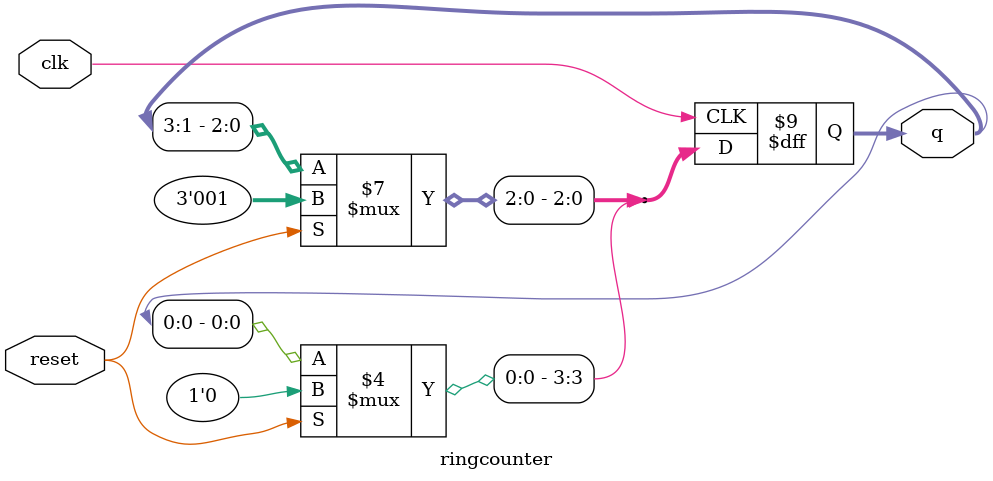
<source format=v>
module ringcounter(
				output reg[3:0]q,
				input clk,reset);
always @(posedge clk)
begin
	if(reset)
		q<=4'b0001;
	else
	begin
		q<=q>>1;
		q[3]<=q[0];
	end
end
endmodule

</source>
